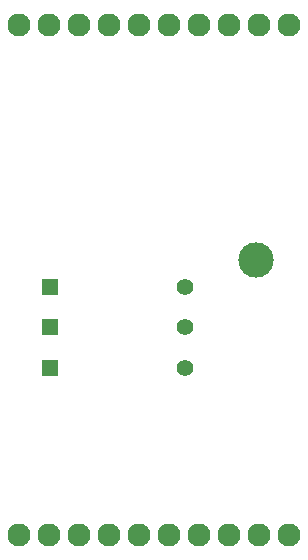
<source format=gbr>
%TF.GenerationSoftware,KiCad,Pcbnew,8.0.8*%
%TF.CreationDate,2025-02-03T23:35:20-05:00*%
%TF.ProjectId,Precharge Module,50726563-6861-4726-9765-204d6f64756c,rev?*%
%TF.SameCoordinates,Original*%
%TF.FileFunction,Soldermask,Bot*%
%TF.FilePolarity,Negative*%
%FSLAX46Y46*%
G04 Gerber Fmt 4.6, Leading zero omitted, Abs format (unit mm)*
G04 Created by KiCad (PCBNEW 8.0.8) date 2025-02-03 23:35:20*
%MOMM*%
%LPD*%
G01*
G04 APERTURE LIST*
%ADD10R,1.397000X1.397000*%
%ADD11C,1.397000*%
%ADD12C,3.000000*%
%ADD13C,1.954000*%
G04 APERTURE END LIST*
D10*
%TO.C,R6*%
X53470000Y-47600000D03*
D11*
X64900000Y-47600000D03*
%TD*%
D12*
%TO.C,PC COIL -*%
X70863000Y-45308400D03*
%TD*%
D10*
%TO.C,R8*%
X53470000Y-51000000D03*
D11*
X64900000Y-51000000D03*
%TD*%
D10*
%TO.C,R7*%
X53470000Y-54400000D03*
D11*
X64900000Y-54400000D03*
%TD*%
D13*
%TO.C,J1*%
X50800000Y-68580000D03*
X53340000Y-68580000D03*
X55880000Y-68580000D03*
X58420000Y-68580000D03*
X60960000Y-68580000D03*
X63500000Y-68580000D03*
X66040000Y-68580000D03*
X68580000Y-68580000D03*
X71120000Y-68580000D03*
X73660000Y-68580000D03*
%TD*%
%TO.C,J1*%
X50800000Y-25400000D03*
X53340000Y-25400000D03*
X55880000Y-25400000D03*
X58420000Y-25400000D03*
X60960000Y-25400000D03*
X63500000Y-25400000D03*
X66040000Y-25400000D03*
X68580000Y-25400000D03*
X71120000Y-25400000D03*
X73660000Y-25400000D03*
%TD*%
M02*

</source>
